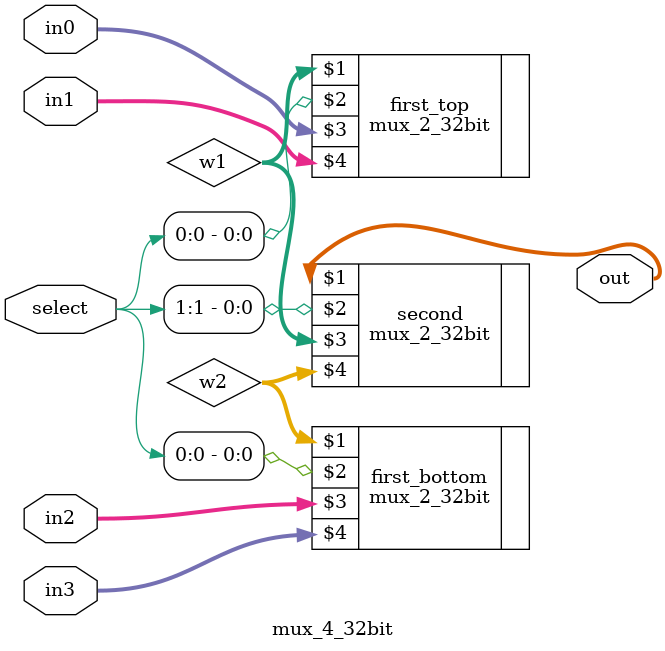
<source format=v>
module mux_4_32bit(out, select, in0, in1, in2, in3);
    input [1:0] select;
    input [31:0] in0, in1, in2, in3;
    output [31:0] out;
    wire [31:0] w1, w2;
    mux_2_32bit first_top(w1, select[0], in0, in1);
    mux_2_32bit first_bottom(w2, select[0], in2, in3);
    mux_2_32bit second(out, select[1], w1, w2);
endmodule
</source>
